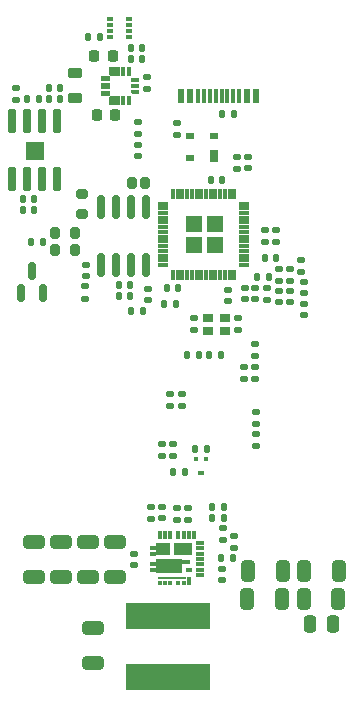
<source format=gtp>
%TF.GenerationSoftware,KiCad,Pcbnew,(7.0.0)*%
%TF.CreationDate,2023-06-12T15:08:34+01:00*%
%TF.ProjectId,Chad,43686164-2e6b-4696-9361-645f70636258,rev?*%
%TF.SameCoordinates,Original*%
%TF.FileFunction,Paste,Top*%
%TF.FilePolarity,Positive*%
%FSLAX46Y46*%
G04 Gerber Fmt 4.6, Leading zero omitted, Abs format (unit mm)*
G04 Created by KiCad (PCBNEW (7.0.0)) date 2023-06-12 15:08:34*
%MOMM*%
%LPD*%
G01*
G04 APERTURE LIST*
G04 Aperture macros list*
%AMRoundRect*
0 Rectangle with rounded corners*
0 $1 Rounding radius*
0 $2 $3 $4 $5 $6 $7 $8 $9 X,Y pos of 4 corners*
0 Add a 4 corners polygon primitive as box body*
4,1,4,$2,$3,$4,$5,$6,$7,$8,$9,$2,$3,0*
0 Add four circle primitives for the rounded corners*
1,1,$1+$1,$2,$3*
1,1,$1+$1,$4,$5*
1,1,$1+$1,$6,$7*
1,1,$1+$1,$8,$9*
0 Add four rect primitives between the rounded corners*
20,1,$1+$1,$2,$3,$4,$5,0*
20,1,$1+$1,$4,$5,$6,$7,0*
20,1,$1+$1,$6,$7,$8,$9,0*
20,1,$1+$1,$8,$9,$2,$3,0*%
G04 Aperture macros list end*
%ADD10C,0.010000*%
%ADD11RoundRect,0.225000X0.225000X0.250000X-0.225000X0.250000X-0.225000X-0.250000X0.225000X-0.250000X0*%
%ADD12RoundRect,0.147500X0.172500X-0.147500X0.172500X0.147500X-0.172500X0.147500X-0.172500X-0.147500X0*%
%ADD13RoundRect,0.135000X-0.185000X0.135000X-0.185000X-0.135000X0.185000X-0.135000X0.185000X0.135000X0*%
%ADD14RoundRect,0.250000X-0.650000X0.325000X-0.650000X-0.325000X0.650000X-0.325000X0.650000X0.325000X0*%
%ADD15RoundRect,0.140000X0.140000X0.170000X-0.140000X0.170000X-0.140000X-0.170000X0.140000X-0.170000X0*%
%ADD16RoundRect,0.135000X-0.135000X-0.185000X0.135000X-0.185000X0.135000X0.185000X-0.135000X0.185000X0*%
%ADD17RoundRect,0.135000X0.185000X-0.135000X0.185000X0.135000X-0.185000X0.135000X-0.185000X-0.135000X0*%
%ADD18RoundRect,0.135000X0.135000X0.185000X-0.135000X0.185000X-0.135000X-0.185000X0.135000X-0.185000X0*%
%ADD19R,0.700000X1.000000*%
%ADD20R,0.700000X0.600000*%
%ADD21RoundRect,0.200000X0.200000X0.275000X-0.200000X0.275000X-0.200000X-0.275000X0.200000X-0.275000X0*%
%ADD22RoundRect,0.147500X-0.147500X-0.172500X0.147500X-0.172500X0.147500X0.172500X-0.147500X0.172500X0*%
%ADD23RoundRect,0.140000X-0.170000X0.140000X-0.170000X-0.140000X0.170000X-0.140000X0.170000X0.140000X0*%
%ADD24R,0.400000X0.450000*%
%ADD25R,0.500000X0.450000*%
%ADD26RoundRect,0.200000X0.275000X-0.200000X0.275000X0.200000X-0.275000X0.200000X-0.275000X-0.200000X0*%
%ADD27RoundRect,0.140000X0.170000X-0.140000X0.170000X0.140000X-0.170000X0.140000X-0.170000X-0.140000X0*%
%ADD28RoundRect,0.200000X-0.200000X-0.275000X0.200000X-0.275000X0.200000X0.275000X-0.200000X0.275000X0*%
%ADD29R,0.600000X1.160000*%
%ADD30R,0.300000X1.160000*%
%ADD31RoundRect,0.042000X0.258000X-0.943000X0.258000X0.943000X-0.258000X0.943000X-0.258000X-0.943000X0*%
%ADD32RoundRect,0.140000X-0.140000X-0.170000X0.140000X-0.170000X0.140000X0.170000X-0.140000X0.170000X0*%
%ADD33R,7.200000X2.300000*%
%ADD34RoundRect,0.250000X-0.250000X-0.475000X0.250000X-0.475000X0.250000X0.475000X-0.250000X0.475000X0*%
%ADD35RoundRect,0.147500X-0.172500X0.147500X-0.172500X-0.147500X0.172500X-0.147500X0.172500X0.147500X0*%
%ADD36RoundRect,0.250000X-0.325000X-0.650000X0.325000X-0.650000X0.325000X0.650000X-0.325000X0.650000X0*%
%ADD37RoundRect,0.250000X0.650000X-0.325000X0.650000X0.325000X-0.650000X0.325000X-0.650000X-0.325000X0*%
%ADD38R,0.475000X0.300000*%
%ADD39RoundRect,0.250000X0.325000X0.650000X-0.325000X0.650000X-0.325000X-0.650000X0.325000X-0.650000X0*%
%ADD40RoundRect,0.218750X-0.381250X0.218750X-0.381250X-0.218750X0.381250X-0.218750X0.381250X0.218750X0*%
%ADD41RoundRect,0.006600X0.398400X0.103400X-0.398400X0.103400X-0.398400X-0.103400X0.398400X-0.103400X0*%
%ADD42RoundRect,0.022000X0.088000X0.383000X-0.088000X0.383000X-0.088000X-0.383000X0.088000X-0.383000X0*%
%ADD43RoundRect,0.150000X0.150000X-0.825000X0.150000X0.825000X-0.150000X0.825000X-0.150000X-0.825000X0*%
%ADD44R,0.550000X0.300000*%
%ADD45R,0.300000X0.450000*%
%ADD46R,0.300000X0.725000*%
%ADD47R,0.725000X0.300000*%
%ADD48R,1.575000X1.050000*%
%ADD49R,1.150000X1.050000*%
%ADD50R,2.175000X1.200000*%
%ADD51R,0.580000X0.380000*%
%ADD52R,0.650000X0.455000*%
%ADD53R,2.350000X0.275000*%
%ADD54RoundRect,0.150000X0.150000X-0.587500X0.150000X0.587500X-0.150000X0.587500X-0.150000X-0.587500X0*%
%ADD55R,0.900000X0.800000*%
G04 APERTURE END LIST*
%TO.C,U5*%
G36*
X35676976Y-54801976D02*
G01*
X34275000Y-54801976D01*
X34275000Y-53400000D01*
X35676976Y-53400000D01*
X35676976Y-54801976D01*
G37*
D10*
X35676976Y-54801976D02*
X34275000Y-54801976D01*
X34275000Y-53400000D01*
X35676976Y-53400000D01*
X35676976Y-54801976D01*
%TO.C,U1*%
G36*
X50815000Y-62725000D02*
G01*
X49545000Y-62725000D01*
X49545000Y-61455000D01*
X50815000Y-61455000D01*
X50815000Y-62725000D01*
G37*
X50815000Y-62725000D02*
X49545000Y-62725000D01*
X49545000Y-61455000D01*
X50815000Y-61455000D01*
X50815000Y-62725000D01*
G36*
X50815000Y-60965000D02*
G01*
X49545000Y-60965000D01*
X49545000Y-59695000D01*
X50815000Y-59695000D01*
X50815000Y-60965000D01*
G37*
X50815000Y-60965000D02*
X49545000Y-60965000D01*
X49545000Y-59695000D01*
X50815000Y-59695000D01*
X50815000Y-60965000D01*
G36*
X49055000Y-62725000D02*
G01*
X47785000Y-62725000D01*
X47785000Y-61455000D01*
X49055000Y-61455000D01*
X49055000Y-62725000D01*
G37*
X49055000Y-62725000D02*
X47785000Y-62725000D01*
X47785000Y-61455000D01*
X49055000Y-61455000D01*
X49055000Y-62725000D01*
G36*
X49055000Y-60965000D02*
G01*
X47785000Y-60965000D01*
X47785000Y-59695000D01*
X49055000Y-59695000D01*
X49055000Y-60965000D01*
G37*
X49055000Y-60965000D02*
X47785000Y-60965000D01*
X47785000Y-59695000D01*
X49055000Y-59695000D01*
X49055000Y-60965000D01*
%TO.C,U4*%
G36*
X43741814Y-48769418D02*
G01*
X43116814Y-48769418D01*
X43116814Y-48469418D01*
X43741814Y-48469418D01*
X43741814Y-48769418D01*
G37*
X43741814Y-48769418D02*
X43116814Y-48769418D01*
X43116814Y-48469418D01*
X43741814Y-48469418D01*
X43741814Y-48769418D01*
G36*
X43741814Y-48269418D02*
G01*
X43116814Y-48269418D01*
X43116814Y-47969418D01*
X43741814Y-47969418D01*
X43741814Y-48269418D01*
G37*
X43741814Y-48269418D02*
X43116814Y-48269418D01*
X43116814Y-47969418D01*
X43741814Y-47969418D01*
X43741814Y-48269418D01*
G36*
X43091814Y-50169418D02*
G01*
X42791814Y-50169418D01*
X42791814Y-49544418D01*
X43091814Y-49544418D01*
X43091814Y-50169418D01*
G37*
X43091814Y-50169418D02*
X42791814Y-50169418D01*
X42791814Y-49544418D01*
X43091814Y-49544418D01*
X43091814Y-50169418D01*
G36*
X43091814Y-47694418D02*
G01*
X42791814Y-47694418D01*
X42791814Y-47069418D01*
X43091814Y-47069418D01*
X43091814Y-47694418D01*
G37*
X43091814Y-47694418D02*
X42791814Y-47694418D01*
X42791814Y-47069418D01*
X43091814Y-47069418D01*
X43091814Y-47694418D01*
G36*
X42591814Y-50169418D02*
G01*
X42291814Y-50169418D01*
X42291814Y-49544418D01*
X42591814Y-49544418D01*
X42591814Y-50169418D01*
G37*
X42591814Y-50169418D02*
X42291814Y-50169418D01*
X42291814Y-49544418D01*
X42591814Y-49544418D01*
X42591814Y-50169418D01*
G36*
X42591814Y-47694418D02*
G01*
X42291814Y-47694418D01*
X42291814Y-47069418D01*
X42591814Y-47069418D01*
X42591814Y-47694418D01*
G37*
X42591814Y-47694418D02*
X42291814Y-47694418D01*
X42291814Y-47069418D01*
X42591814Y-47069418D01*
X42591814Y-47694418D01*
G36*
X41266814Y-48794418D02*
G01*
X40641814Y-48794418D01*
X40641814Y-48444418D01*
X41266814Y-48444418D01*
X41266814Y-48794418D01*
G37*
X41266814Y-48794418D02*
X40641814Y-48794418D01*
X40641814Y-48444418D01*
X41266814Y-48444418D01*
X41266814Y-48794418D01*
G36*
X43741814Y-49269418D02*
G01*
X43251814Y-49269418D01*
X43116814Y-49134418D01*
X43116814Y-48969418D01*
X43741814Y-48969418D01*
X43741814Y-49269418D01*
G37*
X43741814Y-49269418D02*
X43251814Y-49269418D01*
X43116814Y-49134418D01*
X43116814Y-48969418D01*
X43741814Y-48969418D01*
X43741814Y-49269418D01*
G36*
X42091814Y-50169418D02*
G01*
X41291814Y-50169418D01*
X41291814Y-49602418D01*
X41392814Y-49544418D01*
X42091814Y-49544418D01*
X42091814Y-50169418D01*
G37*
X42091814Y-50169418D02*
X41291814Y-50169418D01*
X41291814Y-49602418D01*
X41392814Y-49544418D01*
X42091814Y-49544418D01*
X42091814Y-50169418D01*
G36*
X42091814Y-47694418D02*
G01*
X41392814Y-47694418D01*
X41291814Y-47636418D01*
X41291814Y-47069418D01*
X42091814Y-47069418D01*
X42091814Y-47694418D01*
G37*
X42091814Y-47694418D02*
X41392814Y-47694418D01*
X41291814Y-47636418D01*
X41291814Y-47069418D01*
X42091814Y-47069418D01*
X42091814Y-47694418D01*
G36*
X41266814Y-49386418D02*
G01*
X41165814Y-49444418D01*
X40641814Y-49444418D01*
X40641814Y-49094418D01*
X41266814Y-49094418D01*
X41266814Y-49386418D01*
G37*
X41266814Y-49386418D02*
X41165814Y-49444418D01*
X40641814Y-49444418D01*
X40641814Y-49094418D01*
X41266814Y-49094418D01*
X41266814Y-49386418D01*
G36*
X41266814Y-47852418D02*
G01*
X41266814Y-48144418D01*
X40641814Y-48144418D01*
X40641814Y-47794418D01*
X41165814Y-47794418D01*
X41266814Y-47852418D01*
G37*
X41266814Y-47852418D02*
X41266814Y-48144418D01*
X40641814Y-48144418D01*
X40641814Y-47794418D01*
X41165814Y-47794418D01*
X41266814Y-47852418D01*
%TD*%
D11*
%TO.C,C21*%
X41598958Y-46080869D03*
X40048958Y-46080869D03*
%TD*%
D12*
%TO.C,12VLED1*%
X46725000Y-79960000D03*
X46725000Y-78990000D03*
%TD*%
D13*
%TO.C,R37*%
X53643000Y-70539000D03*
X53643000Y-71559000D03*
%TD*%
D14*
%TO.C,C30*%
X41806365Y-87256602D03*
X41806365Y-90206602D03*
%TD*%
D15*
%TO.C,C11*%
X47158000Y-65769000D03*
X46198000Y-65769000D03*
%TD*%
D16*
%TO.C,R6*%
X45940000Y-67075000D03*
X46960000Y-67075000D03*
%TD*%
D17*
%TO.C,R15*%
X44461814Y-48946492D03*
X44461814Y-47926492D03*
%TD*%
D18*
%TO.C,R2*%
X50760000Y-71475000D03*
X49740000Y-71475000D03*
%TD*%
D17*
%TO.C,R17*%
X33440000Y-49820000D03*
X33440000Y-48800000D03*
%TD*%
D19*
%TO.C,D2*%
X50149999Y-54549999D03*
D20*
X50149999Y-52849999D03*
X48149999Y-52849999D03*
X48149999Y-54749999D03*
%TD*%
D17*
%TO.C,R1*%
X57547368Y-64372534D03*
X57547368Y-63352534D03*
%TD*%
D18*
%TO.C,R18*%
X51790815Y-88649000D03*
X50770815Y-88649000D03*
%TD*%
D21*
%TO.C,JP1*%
X44298000Y-56906000D03*
X43193000Y-56906000D03*
%TD*%
D22*
%TO.C,TXLED1*%
X47911000Y-71466000D03*
X48881000Y-71466000D03*
%TD*%
D23*
%TO.C,C28*%
X51901446Y-86793161D03*
X51901446Y-87753161D03*
%TD*%
D17*
%TO.C,R34*%
X46490000Y-75730000D03*
X46490000Y-74710000D03*
%TD*%
D24*
%TO.C,Q1*%
X49466999Y-80273999D03*
X48666999Y-80273999D03*
D25*
X49066999Y-81423999D03*
%TD*%
D26*
%TO.C,R8*%
X39041000Y-59472000D03*
X39041000Y-57822000D03*
%TD*%
D27*
%TO.C,C1*%
X56611276Y-65149597D03*
X56611276Y-64189597D03*
%TD*%
%TO.C,C45*%
X52705000Y-73424000D03*
X52705000Y-72464000D03*
%TD*%
D15*
%TO.C,C16*%
X43086000Y-66420000D03*
X42126000Y-66420000D03*
%TD*%
D12*
%TO.C,SERVOLED1*%
X53723588Y-79120680D03*
X53723588Y-78150680D03*
%TD*%
D13*
%TO.C,R4*%
X52100000Y-54640000D03*
X52100000Y-55660000D03*
%TD*%
D18*
%TO.C,R19*%
X51041011Y-85202858D03*
X50021011Y-85202858D03*
%TD*%
D23*
%TO.C,C3*%
X57802672Y-65261759D03*
X57802672Y-66221759D03*
%TD*%
%TO.C,C38*%
X43414000Y-88271000D03*
X43414000Y-89231000D03*
%TD*%
D17*
%TO.C,R7*%
X45789000Y-79987000D03*
X45789000Y-78967000D03*
%TD*%
D28*
%TO.C,R10*%
X36745000Y-62584000D03*
X38395000Y-62584000D03*
%TD*%
D23*
%TO.C,C9*%
X52760000Y-65740000D03*
X52760000Y-66700000D03*
%TD*%
D12*
%TO.C,L1*%
X55700000Y-65135000D03*
X55700000Y-64165000D03*
%TD*%
D29*
%TO.C,J5*%
X53762999Y-49461999D03*
X52962999Y-49461999D03*
D30*
X51812999Y-49461999D03*
X50812999Y-49461999D03*
X50312999Y-49461999D03*
X49312999Y-49461999D03*
D29*
X48162999Y-49461999D03*
X47362999Y-49461999D03*
X47362999Y-49461999D03*
X48162999Y-49461999D03*
D30*
X48812999Y-49461999D03*
X49812999Y-49461999D03*
X51312999Y-49461999D03*
X52312999Y-49461999D03*
D29*
X52962999Y-49461999D03*
X53762999Y-49461999D03*
%TD*%
D15*
%TO.C,C17*%
X35657000Y-61851000D03*
X34697000Y-61851000D03*
%TD*%
D23*
%TO.C,C8*%
X55400456Y-60883040D03*
X55400456Y-61843040D03*
%TD*%
D17*
%TO.C,R21*%
X44819000Y-85281000D03*
X44819000Y-84261000D03*
%TD*%
D31*
%TO.C,U5*%
X33070000Y-56570000D03*
X34340000Y-56570000D03*
X35610000Y-56570000D03*
X36880000Y-56570000D03*
X36880000Y-51630000D03*
X35610000Y-51630000D03*
X34340000Y-51630000D03*
X33070000Y-51630000D03*
%TD*%
D32*
%TO.C,C20*%
X43121814Y-45436492D03*
X44081814Y-45436492D03*
%TD*%
D23*
%TO.C,C14*%
X52239000Y-68329000D03*
X52239000Y-69289000D03*
%TD*%
D17*
%TO.C,R26*%
X39291900Y-66649746D03*
X39291900Y-65629746D03*
%TD*%
D23*
%TO.C,C4*%
X55690682Y-66007393D03*
X55690682Y-66967393D03*
%TD*%
D16*
%TO.C,R27*%
X43130000Y-67690000D03*
X44150000Y-67690000D03*
%TD*%
D11*
%TO.C,C23*%
X41786814Y-51151492D03*
X40236814Y-51151492D03*
%TD*%
D13*
%TO.C,R3*%
X54470000Y-60830000D03*
X54470000Y-61850000D03*
%TD*%
D33*
%TO.C,L4*%
X46279999Y-98659999D03*
X46279999Y-93559999D03*
%TD*%
D18*
%TO.C,R11*%
X51909123Y-51052799D03*
X50889123Y-51052799D03*
%TD*%
D14*
%TO.C,C32*%
X39503584Y-87260414D03*
X39503584Y-90210414D03*
%TD*%
D13*
%TO.C,R25*%
X53725000Y-76265000D03*
X53725000Y-77285000D03*
%TD*%
D23*
%TO.C,C2*%
X57801853Y-67081455D03*
X57801853Y-68041455D03*
%TD*%
D34*
%TO.C,C46*%
X58333500Y-94188402D03*
X60233500Y-94188402D03*
%TD*%
D14*
%TO.C,C36*%
X34905377Y-87259734D03*
X34905377Y-90209734D03*
%TD*%
D15*
%TO.C,C24*%
X34930000Y-58264215D03*
X33970000Y-58264215D03*
%TD*%
D23*
%TO.C,C5*%
X56610682Y-66008393D03*
X56610682Y-66968393D03*
%TD*%
D18*
%TO.C,R38*%
X47691000Y-81332000D03*
X46671000Y-81332000D03*
%TD*%
D13*
%TO.C,R36*%
X53636000Y-72416000D03*
X53636000Y-73436000D03*
%TD*%
D35*
%TO.C,CANTXLED1*%
X39300000Y-63790000D03*
X39300000Y-64760000D03*
%TD*%
D36*
%TO.C,C49*%
X57775000Y-89750000D03*
X60725000Y-89750000D03*
%TD*%
D35*
%TO.C,L2*%
X51320000Y-65908616D03*
X51320000Y-66878616D03*
%TD*%
D13*
%TO.C,R35*%
X47440000Y-74700000D03*
X47440000Y-75720000D03*
%TD*%
D16*
%TO.C,R14*%
X39509814Y-44496492D03*
X40529814Y-44496492D03*
%TD*%
D12*
%TO.C,USBLED1*%
X43733830Y-54587421D03*
X43733830Y-53617421D03*
%TD*%
D37*
%TO.C,C35*%
X39929000Y-97496000D03*
X39929000Y-94546000D03*
%TD*%
D16*
%TO.C,R39*%
X48554000Y-79420000D03*
X49574000Y-79420000D03*
%TD*%
D17*
%TO.C,R23*%
X47039000Y-85421000D03*
X47039000Y-84401000D03*
%TD*%
D38*
%TO.C,U3*%
X43007813Y-44466491D03*
X43007813Y-43966491D03*
X43007813Y-43466491D03*
X43007813Y-42966491D03*
X41331813Y-42966491D03*
X41331813Y-43466491D03*
X41331813Y-43966491D03*
X41331813Y-44466491D03*
%TD*%
D39*
%TO.C,C33*%
X56040000Y-89750000D03*
X53090000Y-89750000D03*
%TD*%
D40*
%TO.C,L3*%
X38443853Y-47561558D03*
X38443853Y-49686558D03*
%TD*%
D41*
%TO.C,U1*%
X52745000Y-63810000D03*
X52745000Y-63410000D03*
X52745000Y-63010000D03*
X52745000Y-62610000D03*
X52745000Y-62210000D03*
X52745000Y-61810000D03*
X52745000Y-61410000D03*
X52745000Y-61010000D03*
X52745000Y-60610000D03*
X52745000Y-60210000D03*
X52745000Y-59810000D03*
X52745000Y-59410000D03*
X52745000Y-59010000D03*
X52745000Y-58610000D03*
D42*
X51900000Y-57765000D03*
X51500000Y-57765000D03*
X51100000Y-57765000D03*
X50700000Y-57765000D03*
X50300000Y-57765000D03*
X49900000Y-57765000D03*
X49500000Y-57765000D03*
X49100000Y-57765000D03*
X48700000Y-57765000D03*
X48300000Y-57765000D03*
X47900000Y-57765000D03*
X47500000Y-57765000D03*
X47100000Y-57765000D03*
X46700000Y-57765000D03*
D41*
X45855000Y-58610000D03*
X45855000Y-59010000D03*
X45855000Y-59410000D03*
X45855000Y-59810000D03*
X45855000Y-60210000D03*
X45855000Y-60610000D03*
X45855000Y-61010000D03*
X45855000Y-61410000D03*
X45855000Y-61810000D03*
X45855000Y-62210000D03*
X45855000Y-62610000D03*
X45855000Y-63010000D03*
X45855000Y-63410000D03*
X45855000Y-63810000D03*
D42*
X46700000Y-64655000D03*
X47100000Y-64655000D03*
X47500000Y-64655000D03*
X47900000Y-64655000D03*
X48300000Y-64655000D03*
X48700000Y-64655000D03*
X49100000Y-64655000D03*
X49500000Y-64655000D03*
X49900000Y-64655000D03*
X50300000Y-64655000D03*
X50700000Y-64655000D03*
X51100000Y-64655000D03*
X51500000Y-64655000D03*
X51900000Y-64655000D03*
%TD*%
D43*
%TO.C,U2*%
X40571000Y-63815000D03*
X41841000Y-63815000D03*
X43111000Y-63815000D03*
X44381000Y-63815000D03*
X44381000Y-58865000D03*
X43111000Y-58865000D03*
X41841000Y-58865000D03*
X40571000Y-58865000D03*
%TD*%
D15*
%TO.C,C27*%
X37165508Y-48864814D03*
X36205508Y-48864814D03*
%TD*%
D17*
%TO.C,R12*%
X47075000Y-52785000D03*
X47075000Y-51765000D03*
%TD*%
D36*
%TO.C,C47*%
X57765000Y-92050000D03*
X60715000Y-92050000D03*
%TD*%
D21*
%TO.C,R9*%
X38395000Y-61127000D03*
X36745000Y-61127000D03*
%TD*%
D17*
%TO.C,R20*%
X50973488Y-87085891D03*
X50973488Y-86065891D03*
%TD*%
D23*
%TO.C,C29*%
X50889000Y-89536000D03*
X50889000Y-90496000D03*
%TD*%
D44*
%TO.C,U6*%
X45018999Y-87805999D03*
X45018999Y-88255999D03*
X45018999Y-89155999D03*
X45018999Y-89605999D03*
D45*
X45568999Y-90705999D03*
X46018999Y-90705999D03*
X46468999Y-90705999D03*
X47168999Y-90705999D03*
X47618999Y-90705999D03*
D46*
X48068999Y-90568999D03*
D47*
X48980999Y-90055999D03*
X48980999Y-89605999D03*
X48980999Y-89155999D03*
X48980999Y-88705999D03*
X48980999Y-88255999D03*
X48980999Y-87805999D03*
X48980999Y-87355999D03*
D46*
X48518999Y-86693999D03*
X48068999Y-86693999D03*
X47618999Y-86693999D03*
X47168999Y-86693999D03*
X46468999Y-86693999D03*
X46018999Y-86693999D03*
X45568999Y-86693999D03*
D48*
X47530999Y-87880999D03*
D49*
X45868999Y-87880999D03*
D50*
X46380999Y-89305999D03*
D51*
X48028999Y-89620999D03*
D52*
X47793999Y-88933999D03*
D53*
X46593999Y-90343999D03*
%TD*%
D35*
%TO.C,CANRXLED1*%
X44560437Y-65809761D03*
X44560437Y-66779761D03*
%TD*%
D32*
%TO.C,C6*%
X54464243Y-63252642D03*
X55424243Y-63252642D03*
%TD*%
D15*
%TO.C,C15*%
X43086000Y-65500000D03*
X42126000Y-65500000D03*
%TD*%
D32*
%TO.C,C22*%
X43121814Y-46356492D03*
X44081814Y-46356492D03*
%TD*%
D27*
%TO.C,C13*%
X48520000Y-69282000D03*
X48520000Y-68322000D03*
%TD*%
D14*
%TO.C,C34*%
X37203584Y-87258374D03*
X37203584Y-90208374D03*
%TD*%
D15*
%TO.C,C25*%
X34930018Y-59186291D03*
X33970018Y-59186291D03*
%TD*%
D18*
%TO.C,R16*%
X35348223Y-49774814D03*
X34328223Y-49774814D03*
%TD*%
D39*
%TO.C,C37*%
X55925000Y-92050000D03*
X52975000Y-92050000D03*
%TD*%
D18*
%TO.C,R24*%
X51041011Y-84281579D03*
X50021011Y-84281579D03*
%TD*%
D17*
%TO.C,R5*%
X54680000Y-66749313D03*
X54680000Y-65729313D03*
%TD*%
D32*
%TO.C,C10*%
X49919576Y-56651006D03*
X50879576Y-56651006D03*
%TD*%
D15*
%TO.C,C26*%
X37165508Y-49784814D03*
X36205508Y-49784814D03*
%TD*%
D23*
%TO.C,C7*%
X53679454Y-65740419D03*
X53679454Y-66700419D03*
%TD*%
D17*
%TO.C,R22*%
X47979000Y-85421000D03*
X47979000Y-84401000D03*
%TD*%
D27*
%TO.C,C39*%
X45772000Y-85231000D03*
X45772000Y-84271000D03*
%TD*%
D54*
%TO.C,D1*%
X33824999Y-66200000D03*
X35724999Y-66200000D03*
X34774999Y-64325000D03*
%TD*%
D13*
%TO.C,R13*%
X43728248Y-51735391D03*
X43728248Y-52755391D03*
%TD*%
D55*
%TO.C,Y1*%
X51077999Y-68277999D03*
X49677999Y-68277999D03*
X49677999Y-69377999D03*
X51077999Y-69377999D03*
%TD*%
D12*
%TO.C,3V3LED1*%
X53043159Y-55630521D03*
X53043159Y-54660521D03*
%TD*%
D15*
%TO.C,C12*%
X54796095Y-64847354D03*
X53836095Y-64847354D03*
%TD*%
M02*

</source>
